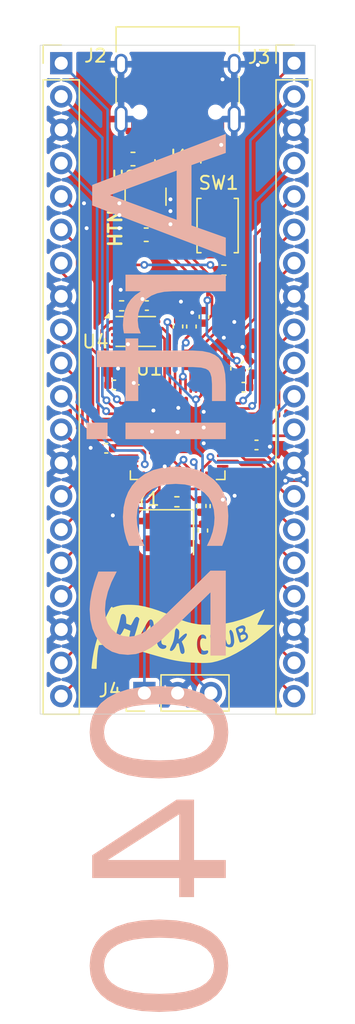
<source format=kicad_pcb>
(kicad_pcb (version 20241229) (generator "pcbnew") (generator_version "9.0")
  (layers (0 "F.Cu" signal) (2 "B.Cu" signal) (13 "F.Paste" user) (15 "B.Paste" user) (5 "F.SilkS" user "F.Silkscreen") (7 "B.SilkS" user "B.Silkscreen") (1 "F.Mask" user) (3 "B.Mask" user) (25 "Edge.Cuts" user))
  (net 0 "")
  (net 1 "GND")
  (net 2 "+3V3")
  (net 3 "+1V1")
  (net 4 "VBUS")
  (net 5 "XIN")
  (net 6 "Net-(C16-Pad2)")
  (net 7 "Net-(J1-CC1)")
  (net 8 "Net-(J1-CC2)")
  (net 9 "GPIO12")
  (net 10 "GPIO6")
  (net 11 "GPIO11")
  (net 12 "GPIO8")
  (net 13 "GPIO1")
  (net 14 "GPIO13")
  (net 15 "GPIO3")
  (net 16 "GPIO5")
  (net 17 "GPIO0")
  (net 18 "GPIO9")
  (net 19 "GPIO2")
  (net 20 "GPIO10")
  (net 21 "GPIO7")
  (net 22 "GPIO4")
  (net 23 "GPIO15")
  (net 24 "GPIO14")
  (net 25 "GPIO29_ADC3")
  (net 26 "GPIO18")
  (net 27 "SWCLK")
  (net 28 "GPIO27_ADC1")
  (net 29 "GPIO28_ADC2")
  (net 30 "GPIO26_ADC0")
  (net 31 "GPIO19")
  (net 32 "GPIO21")
  (net 33 "GPIO17")
  (net 34 "GPIO22")
  (net 35 "GPIO16")
  (net 36 "GPIO20")
  (net 37 "RUN")
  (net 39 "GPIO23")
  (net 40 "GPIO24")
  (net 41 "SWD")
  (net 42 "Net-(U1-USB_DP)")
  (net 43 "Net-(U1-USB_DM)")
  (net 44 "XOUT")
  (net 45 "QSPI_SS")
  (net 46 "Net-(R6-Pad2)")
  (net 47 "QSPI_SCLK")
  (net 48 "QSPI_SD2")
  (net 49 "QSPI_SD1")
  (net 50 "QSPI_SD0")
  (net 51 "QSPI_SD3")
  (net 52 "USB_D+")
  (net 53 "USB_D-")
  (footprint "Capacitor_SMD:C_0402_1005Metric" (layer "F.Cu") (at 154.425 103.55 90)
    (property "Reference" "C6" (hide yes))
    (property "Value" "0.1uF")
  )
  (footprint "Capacitor_SMD:C_0402_1005Metric" (layer "F.Cu") (at 157.075 106.75 90)
    (property "Reference" "C5" (hide yes))
    (property "Value" "0.1uF")
  )
  (footprint "Capacitor_SMD:C_0603_1608Metric" (layer "F.Cu") (at 149.965 90.78 180)
    (property "Reference" "C13" (hide yes))
    (property "Value" "10uF")
  )
  (footprint "Capacitor_SMD:C_0402_1005Metric" (layer "F.Cu") (at 148.525 108 180)
    (property "Reference" "C4" (hide yes))
    (property "Value" "0.1uF")
  )
  (footprint "Capacitor_SMD:C_0402_1005Metric" (layer "F.Cu") (at 155.175 117.23 -90)
    (property "Reference" "C2" (hide yes))
    (property "Value" "0.1uF")
  )
  (footprint "Crystal:Crystal_SMD_3225-4Pin_3.2x2.5mm" (layer "F.Cu") (at 152.525 119.23 180)
    (property "Reference" "Y1")
    (property "Value" "12 MHz")
  )
  (footprint "Capacitor_SMD:C_0402_1005Metric" (layer "F.Cu") (at 158.575 106.525 45)
    (property "Reference" "C1" (hide yes))
    (property "Value" "1uF")
  )
  (footprint "Capacitor_SMD:C_0402_1005Metric" (layer "F.Cu") (at 155.385 102.81 90)
    (property "Reference" "C7" (hide yes))
    (property "Value" "0.1uF")
  )
  (footprint "Resistor_SMD:R_0402_1005Metric" (layer "F.Cu") (at 149.095 101.97)
    (property "Reference" "R7" (hide yes))
    (property "Value" "10K")
  )
  (footprint "Capacitor_SMD:C_0402_1005Metric" (layer "F.Cu") (at 149.875 119.4 -90)
    (property "Reference" "C15" (hide yes))
    (property "Value" "33pF")
  )
  (footprint "Resistor_SMD:R_0402_1005Metric" (layer "F.Cu") (at 156.9 99.25)
    (property "Reference" "R6" (hide yes))
    (property "Value" "1K")
  )
  (footprint "Capacitor_SMD:C_0402_1005Metric" (layer "F.Cu") (at 156.1 106.42 90)
    (property "Reference" "C11" (hide yes))
    (property "Value" "0.1uF")
  )
  (footprint "Capacitor_SMD:C_0402_1005Metric" (layer "F.Cu") (at 156.215 117.24 -90)
    (property "Reference" "C10" (hide yes))
    (property "Value" "1uF")
  )
  (footprint "LOGO" (layer "F.Cu") (at 153.8 127.2)
    (property "Reference" "G***" (hide yes))
    (property "Value" "LOGO" (hide yes))
  )
  (footprint "Button_Switch_SMD:SW_Push_SPST_NO_Alps_SKRK" (layer "F.Cu") (at 156.425 95.85 -90)
    (property "Reference" "SW1")
    (property "Value" "SW_Push")
  )
  (footprint "Connector_PinHeader_2.54mm:PinHeader_1x03_P2.54mm_Vertical" (layer "F.Cu") (at 150.835 131.49 90)
    (property "Reference" "J4")
    (property "Value" "Conn_01x03")
  )
  (footprint "Resistor_SMD:R_0402_1005Metric" (layer "F.Cu") (at 153.315 116.91 180)
    (property "Reference" "R5" (hide yes))
    (property "Value" "1K")
  )
  (footprint "Capacitor_SMD:C_0603_1608Metric" (layer "F.Cu") (at 150.975 96.55 180)
    (property "Reference" "C14" (hide yes))
    (property "Value" "10uF")
  )
  (footprint "Resistor_SMD:R_0402_1005Metric" (layer "F.Cu") (at 154.765 90.92 -90)
    (property "Reference" "R2" (hide yes))
    (property "Value" "5.1K")
  )
  (footprint "Resistor_SMD:R_0402_1005Metric" (layer "F.Cu") (at 154.05 106.09 -90)
    (property "Reference" "R3" (hide yes))
    (property "Value" "27" (hide yes))
  )
  (footprint "Package_DFN_QFN:QFN-56-1EP_7x7mm_P0.4mm_EP3.2x3.2mm" (layer "F.Cu") (at 153.375 111.6)
    (property "Reference" "U1")
    (property "Value" "RP2040")
  )
  (footprint "Connector_USB:USB_C_Receptacle_HRO_TYPE-C-31-M-12" (layer "F.Cu") (at 153.375 84.6 180)
    (property "Reference" "J1")
    (property "Value" "USB_C_Receptacle_USB2.0_14P")
  )
  (footprint "Capacitor_SMD:C_0402_1005Metric" (layer "F.Cu") (at 155.3 119.1 90)
    (property "Reference" "C16" (hide yes))
    (property "Value" "33pF")
  )
  (footprint "Capacitor_SMD:C_0402_1005Metric" (layer "F.Cu") (at 159.395 112.58)
    (property "Reference" "C9" (hide yes))
    (property "Value" "0.1uF")
  )
  (footprint "Connector_PinHeader_2.54mm:PinHeader_1x20_P2.54mm_Vertical" (layer "F.Cu") (at 162.265 83.47)
    (property "Reference" "J3")
    (property "Value" "Conn_01x20")
  )
  (footprint "Resistor_SMD:R_0402_1005Metric" (layer "F.Cu") (at 152.025 90.99 -90)
    (property "Reference" "R1" (hide yes))
    (property "Value" "5.1K")
  )
  (footprint "Capacitor_SMD:C_0402_1005Metric" (layer "F.Cu") (at 153.4 103.545 90)
    (property "Reference" "C12" (hide yes))
    (property "Value" "0.1uF")
  )
  (footprint "Capacitor_SMD:C_0402_1005Metric" (layer "F.Cu") (at 158.405 108.175)
    (property "Reference" "C8" (hide yes))
    (property "Value" "0.1uF")
  )
  (footprint "Resistor_SMD:R_0402_1005Metric" (layer "F.Cu") (at 155.1 106.09 -90)
    (property "Reference" "R4" (hide yes))
    (property "Value" "27")
  )
  (footprint "Capacitor_SMD:C_0402_1005Metric" (layer "F.Cu") (at 151.025 101.95 180)
    (property "Reference" "C17" (hide yes))
    (property "Value" "0.1uF")
  )
  (footprint "Connector_PinHeader_2.54mm:PinHeader_1x20_P2.54mm_Vertical" (layer "F.Cu") (at 144.485 83.47)
    (property "Reference" "J2")
    (property "Value" "Conn_01x20")
  )
  (footprint "Package_TO_SOT_SMD:SOT-23" (layer "F.Cu") (at 150.925 93.65 90)
    (property "Reference" "U2")
    (property "Value" "MCP1700x-330xxTT")
  )
  (footprint "Capacitor_SMD:C_0402_1005Metric" (layer "F.Cu") (at 147.925 112.83 180)
    (property "Reference" "C3" (hide yes))
    (property "Value" "0.1uF")
  )
  (footprint "Package_SON:Winbond_USON-8-1EP_3x2mm_P0.5mm_EP0.2x1.6mm" (layer "F.Cu") (at 150.175 103.925)
    (property "Reference" "U4")
    (property "Value" "W25Q16JVUXIQ TR")
  )
  (gr_rect (start 142.875 82.1) (end 163.875 133.1) (stroke (width 0.05)) (fill no) (layer "Edge.Cuts"))
  (gr_text "HTN!" (at 149.2 97.6 90) (layer "F.SilkS") (effects (font (size 1 1) (thickness 0.2) (bold yes)) (justify left bottom)))
  (gr_text "Artic2040" (at 158.75 88.75 90) (layer "B.SilkS") (effects (font (size 10 10) (thickness 0.1)) (justify left bottom mirror)))
  (segment (start 154.425 102.548472) (end 154.486736 102.486736) (width 0.2) (layer "F.Cu") (net 1))
  (segment (start 158.885 107.115) (end 158.885 108.175) (width 0.2) (layer "F.Cu") (net 1))
  (segment (start 162.9 115.3) (end 163 115.2) (width 0.2) (layer "F.Cu") (net 1))
  (segment (start 156.1 105.2) (end 156.9 104.4) (width 0.2) (layer "F.Cu") (net 1))
  (segment (start 156.43 106.27) (end 156.1 105.94) (width 0.2) (layer "F.Cu") (net 1))
  (segment (start 146.763008 112.83) (end 146.733008 112.8) (width 0.2) (layer "F.Cu") (net 1))
  (segment (start 156.625 88.645) (end 156.625 89.625) (width 0.2) (layer "F.Cu") (net 1))
  (segment (start 150.545 101.595446) (end 150.690446 101.45) (width 0.2) (layer "F.Cu") (net 1))
  (segment (start 154.425 103.07) (end 154.425 102.548472) (width 0.2) (layer "F.Cu") (net 1))
  (segment (start 148.045 107.53) (end 148.825 106.75) (width 0.2) (layer "F.Cu") (net 1))
  (segment (start 152.375 114.227581) (end 152.375 115.0375) (width 0.2) (layer "F.Cu") (net 1))
  (segment (start 155.185 117.72) (end 155.175 117.71) (width 0.2) (layer "F.Cu") (net 1))
  (segment (start 155.385 102.33) (end 155.165 102.33) (width 0.2) (layer "F.Cu") (net 1))
  (segment (start 159.875 112.58) (end 160.288559 112.58) (width 0.2) (layer "F.Cu") (net 1))
  (segment (start 158.914411 105.689411) (end 158.325 105.1) (width 0.2) (layer "F.Cu") (net 1))
  (segment (start 158.914411 106.185589) (end 158.914411 107.085589) (width 0.2) (layer "F.Cu") (net 1))
  (segment (start 148.045 108) (end 148.045 107.53) (width 0.2) (layer "F.Cu") (net 1))
  (segment (start 158.914411 107.085589) (end 158.885 107.115) (width 0.2) (layer "F.Cu") (net 1))
  (segment (start 157.075 104.575) (end 156.9 104.4) (width 0.2) (layer "F.Cu") (net 1))
  (segment (start 156.215 117.72) (end 155.185 117.72) (width 0.2) (layer "F.Cu") (net 1))
  (segment (start 155.165 102.33) (end 154.425 103.07) (width 0.2) (layer "F.Cu") (net 1))
  (segment (start 157.075 106.27) (end 156.43 106.27) (width 0.2) (layer "F.Cu") (net 1))
  (segment (start 154.425 103.07) (end 153.405 103.07) (width 0.2) (layer "F.Cu") (net 1))
  (segment (start 152.387649 114.214932) (end 152.375 114.227581) (width 0.2) (layer "F.Cu") (net 1))
  (segment (start 151.425 117.398527) (end 151.535 117.288527) (width 0.2) (layer "F.Cu") (net 1))
  (segment (start 160.288559 112.58) (end 160.415 112.706441) (width 0.2) (layer "F.Cu") (net 1))
  (segment (start 150.545 101.95) (end 150.545 101.595446) (width 0.2) (layer "F.Cu") (net 1))
  (segment (start 148.75 104.675) (end 149.35853 104.675) (width 0.2) (layer "F.Cu") (net 1))
  (segment (start 158.914411 106.185589) (end 158.914411 105.689411) (width 0.2) (layer "F.Cu") (net 1))
  (segment (start 153.405 103.07) (end 153.4 103.065) (width 0.2) (layer "F.Cu") (net 1))
  (segment (start 156.1 105.94) (end 156.1 105.2) (width 0.2) (layer "F.Cu") (net 1))
  (segment (start 162.265 113.95) (end 162.265 114.63) (width 0.2) (layer "F.Cu") (net 1))
  (segment (start 157.075 106.27) (end 157.075 104.575) (width 0.2) (layer "F.Cu") (net 1))
  (segment (start 161.595 115.3) (end 162.9 115.3) (width 0.2) (layer "F.Cu") (net 1))
  (segment (start 147.445 112.83) (end 146.763008 112.83) (width 0.2) (layer "F.Cu") (net 1))
  (segment (start 149.35853 104.675) (end 149.579265 104.895735) (width 0.2) (layer "F.Cu") (net 1))
  (segment (start 156.625 89.625) (end 156.7 89.7) (width 0.2) (layer "F.Cu") (net 1))
  (via (at 156.8 84.7) (size 0.6) (drill 0.3) (layers "F.Cu" "B.Cu") (net 1))
  (via (at 146.225 94.15) (size 0.6) (drill 0.3) (layers "F.Cu" "B.Cu") (net 1))
  (via (at 155.363561 112.45) (size 0.6) (drill 0.3) (layers "F.Cu" "B.Cu") (net 1))
  (via (at 151.535 117.288527) (size 0.6) (drill 0.3) (layers "F.Cu" "B.Cu") (net 1))
  (via (at 158.325 105.1) (size 0.6) (drill 0.3) (layers "F.Cu" "B.Cu") (net 1))
  (via (at 150.025 107.85) (size 0.6) (drill 0.3) (layers "F.Cu" "B.Cu") (net 1))
  (via (at 155.363561 111.25) (size 0.6) (drill 0.3) (layers "F.Cu" "B.Cu") (net 1))
  (via (at 153.625 101.65) (size 0.6) (drill 0.3) (layers "F.Cu" "B.Cu") (net 1))
  (via (at 148.825 106.75) (size 0.6) (drill 0.3) (layers "F.Cu" "B.Cu") (net 1))
  (via (at 157.725 116.45) (size 0.6) (drill 0.3) (layers "F.Cu" "B.Cu") (net 1))
  (via (at 160.415 112.706441) (size 0.6) (drill 0.3) (layers "F.Cu" "B.Cu") (net 1))
  (via (at 157.7 103.2) (size 0.6) (drill 0.3) (layers "F.Cu" "B.Cu") (net 1))
  (via (at 153.425 109.75) (size 0.6) (drill 0.3) (layers "F.Cu" "B.Cu") (net 1))
  (via (at 148.925 96.05) (size 0.6) (drill 0.3) (layers "F.Cu" "B.Cu") (net 1))
  (via (at 146.425 96.05) (size 0.6) (drill 0.3) (layers "F.Cu" "B.Cu") (net 1))
  (via (at 151.525 109.95) (size 0.6) (drill 0.3) (layers "F.Cu" "B.Cu") (net 1))
  (via (at 152.825 93.85) (size 0.6) (drill 0.3) (layers "F.Cu" "B.Cu") (net 1))
  (via (at 156.7 89.7) (size 0.6) (drill 0.3) (layers "F.Cu" "B.Cu") (net 1))
  (via (at 148.425 117.95) (size 0.6) (drill 0.3) (layers "F.Cu" "B.Cu") (net 1))
  (via (at 156.9 104.4) (size 0.6) (drill 0.3) (layers "F.Cu" "B.Cu") (net 1))
  (via (at 153.375 111.6) (size 0.6) (drill 0.3) (layers "F.Cu" "B.Cu") (net 1))
  (via (at 159.5 83.6) (size 0.6) (drill 0.3) (layers "F.Cu" "B.Cu") (net 1))
  (via (at 150.690446 101.45) (size 0.6) (drill 0.3) (layers "F.Cu" "B.Cu") (net 1))
  (via (at 152.825 95.75) (size 0.6) (drill 0.3) (layers "F.Cu" "B.Cu") (net 1))
  (via (at 154.486736 102.486736) (size 0.6) (drill 0.3) (layers "F.Cu" "B.Cu") (net 1))
  (via (at 148.925 94.15) (size 0.6) (drill 0.3) (layers "F.Cu" "B.Cu") (net 1))
  (via (at 152.387649 114.214932) (size 0.6) (drill 0.3) (layers "F.Cu" "B.Cu") (net 1))
  (via (at 149.025 100.75) (size 0.6) (drill 0.3) (layers "F.Cu" "B.Cu") (net 1))
  (via (at 148.925 95.05) (size 0.6) (drill 0.3) (layers "F.Cu" "B.Cu") (net 1))
  (via (at 163 115.2) (size 0.6) (drill 0.3) (layers "F.Cu" "B.Cu") (net 1))
  (via (at 146.733008 112.8) (size 0.6) (drill 0.3) (layers "F.Cu" "B.Cu") (net 1))
  (via (at 152.825 94.75) (size 0.6) (drill 0.3) (layers "F.Cu" "B.Cu") (net 1))
  (via (at 161.595 115.3) (size 0.6) (drill 0.3) (layers "F.Cu" "B.Cu") (net 1))
  (via (at 149.579265 104.895735) (size 0.6) (drill 0.3) (layers "F.Cu" "B.Cu") (net 1))
  (via (at 155.363561 110.05) (size 0.6) (drill 0.3) (layers "F.Cu" "B.Cu") (net 1))
  (via (at 151.425 111.55) (size 0.6) (drill 0.3) (layers "F.Cu" "B.Cu") (net 1))
  (segment (start 153.625 101.65) (end 153.65 101.65) (width 0.2) (layer "B.Cu") (net 1))
  (segment (start 153.65 101.65) (end 154.486736 102.486736) (width 0.2) (layer "B.Cu") (net 1))
  (segment (start 151.276 112.959242) (end 150.866758 112.55) (width 0.2) (layer "F.Cu") (net 2))
  (segment (start 149.005 108) (end 149.005 108.0675) (width 0.2) (layer "F.Cu") (net 2))
  (segment (start 150.725 112.55) (end 150.725 108.949) (width 0.2) (layer "F.Cu") (net 2))
  (segment (start 156.237439 112.6) (end 156.026 112.388561) (width 0.2) (layer "F.Cu") (net 2))
  (segment (start 157.6375 108.175) (end 156.8125 109) (width 0.2) (layer "F.Cu") (net 2))
  (segment (start 150.866758 112.55) (end 150.725 112.55) (width 0.2) (layer "F.Cu") (net 2))
  (segment (start 155.996 101.271) (end 155.655 100.93) (width 0.2) (layer "F.Cu") (net 2))
  (segment (start 156.8125 112.6) (end 156.237439 112.6) (width 0.2) (layer "F.Cu") (net 2))
  (segment (start 153.999387 104.455613) (end 154.425 104.03) (width 0.2) (layer "F.Cu") (net 2))
  (segment (start 151.276 113.201) (end 151.276 112.959242) (width 0.2) (layer "F.Cu") (net 2))
  (segment (start 155.575 108.1625) (end 156.1425 108.1625) (width 0.2) (layer "F.Cu") (net 2))
  (segment (start 149.005 108.0675) (end 149.9375 109) (width 0.2) (layer "F.Cu") (net 2))
  (segment (start 155.655 100.93) (end 155.3125 100.5875) (width 0.2) (layer "F.Cu") (net 2))
  (segment (start 151.75 97.025) (end 151.75 96.55) (width 0.2) (layer "F.Cu") (net 2))
  (segment (start 155.3125 100.812443) (end 155.3125 100.5875) (width 0.2) (layer "F.Cu") (net 2))
  (segment (start 156.1425 108.1625) (end 157.075 107.23) (width 0.2) (layer "F.Cu") (net 2))
  (segment (start 153.575 115.0375) (end 153.575 114.3) (width 0.2) (layer "F.Cu") (net 2))
  (segment (start 155.3125 100.5875) (end 151.75 97.025) (width 0.2) (layer "F.Cu") (net 2))
  (segment (start 157.686 105.94345) (end 157.5 105.75745) (width 0.2) (layer "F.Cu") (net 2))
  (segment (start 153.575 108.7) (end 153.326 108.949) (width 0.2) (layer "F.Cu") (net 2))
  (segment (start 153.575 108.1625) (end 153.575 108.7) (width 0.2) (layer "F.Cu") (net 2))
  (segment (start 149.9375 112.6) (end 148.635 112.6) (width 0.2) (layer "F.Cu") (net 2))
  (segment (start 150.725 108.949) (end 149.9885 108.949) (width 0.2) (layer "F.Cu") (net 2))
  (segment (start 158.235589 106.864411) (end 158.235589 107.864411) (width 0.2) (layer "F.Cu") (net 2))
  (segment (start 157.885 106.513822) (end 158.235589 106.864411) (width 0.2) (layer "F.Cu") (net 2))
  (segment (start 153.575 114.3) (end 152.776 113.501) (width 0.2) (layer "F.Cu") (net 2))
  (segment (start 153.326 108.949) (end 150.725 108.949) (width 0.2) (layer "F.Cu") (net 2))
  (segment (start 156.175 109) (end 156.8125 109) (width 0.2) (layer "F.Cu") (net 2))
  (segment (start 152.291 102.484) (end 153.640943 102.484) (width 0.2) (layer "F.Cu") (net 2))
  (segment (start 159.261 102.939) (end 159.261 96.634) (width 0.2) (layer "F.Cu") (net 2))
  (segment (start 154.104 116.289) (end 154.1069 116.289) (width 0.2) (layer "F.Cu") (net 2))
  (segment (start 157.885 106.153231) (end 157.686 105.954231) (width 0.2) (layer "F.Cu") (net 2))
  (segment (start 153.575 115.76) (end 153.795 115.98) (width 0.2) (layer "F.Cu") (net 2))
  (segment (start 158.895 112.6) (end 158.915 112.58) (width 0.2) (layer "F.Cu") (net 2))
  (segment (start 155.385 103.29) (end 155.996 102.679) (width 0.2) (layer "F.Cu") (net 2))
  (segment (start 153.640943 102.484) (end 155.3125 100.812443) (width 0.2) (layer "F.Cu") (net 2))
  (segment (start 155.655 101.54) (end 155.645 101.55) (width 0.2) (layer "F.Cu") (net 2))
  (segment (start 153.975 107.564082) (end 153.775 107.364082) (width 0.2) (layer "F.Cu") (net 2))
  (segment (start 151.505 101.95) (end 151.505 101.229105) (width 0.2) (layer "F.Cu") (net 2))
  (segment (start 153.575 115.0375) (end 153.575 115.76) (width 0.2) (layer "F.Cu") (net 2))
  (segment (start 151.875 94.5875) (end 151.875 96.425) (width 0.2) (layer "F.Cu") (net 2))
  (segment (start 152.776 113.501) (end 151.576 113.501) (width 0.2) (layer "F.Cu") (net 2))
  (segment (start 155.345 103.29) (end 155.165 103.29) (width 0.2) (layer "F.Cu") (net 2))
  (segment (start 155.175 116.75) (end 154.60534 116.75) (width 0.2) (layer "F.Cu") (net 2))
  (segment (start 151.505 103.08) (end 151.6 103.175) (width 0.2) (layer "F.Cu") (net 2))
  (segment (start 151.505 101.95) (end 151.505 103.08) (width 0.2) (layer "F.Cu") (net 2))
  (segment (start 157.885 106.153231) (end 157.885 106.513822) (width 0.2) (layer "F.Cu") (net 2))
  (segment (start 151.6 103.175) (end 152.291 102.484) (width 0.2) (layer "F.Cu") (net 2))
  (segment (start 156.026 112.388561) (end 156.026 109.149) (width 0.2) (layer "F.Cu") (net 2))
  (segment (start 155.165 103.29) (end 154.425 104.03) (width 0.2) (layer "F.Cu") (net 2))
  (segment (start 158.235589 106.864411) (end 157.440589 106.864411) (width 0.2) (layer "F.Cu") (net 2))
  (segment (start 151.576 113.501) (end 151.276 113.201) (width 0.2) (layer "F.Cu") (net 2))
  (segment (start 149.9375 112.6) (end 150.675 112.6) (width 0.2) (layer "F.Cu") (net 2))
  (segment (start 157.440589 106.864411) (end 157.075 107.23) (width 0.2) (layer "F.Cu") (net 2))
  (segment (start 153.575 107.564082) (end 153.775 107.364082) (width 0.2) (layer "F.Cu") (net 2))
  (segment (start 151.875 96.425) (end 151.75 96.55) (width 0.2) (layer "F.Cu") (net 2))
  (segment (start 157.5 105.75745) (end 157.5 104.7) (width 0.2) (layer "F.Cu") (net 2))
  (segment (start 149.9885 108.949) (end 149.9375 109) (width 0.2) (layer "F.Cu") (net 2))
  (segment (start 151.125895 100.85) (end 150.255 100.85) (width 0.2) (layer "F.Cu") (net 2))
  (segment (start 157.686 105.954231) (end 157.686 105.94345) (width 0.2) (layer "F.Cu") (net 2))
  (segment (start 153.795 115.98) (end 154.104 116.289) (width 0.2) (layer "F.Cu") (net 2))
  (segment (start 154.60534 116.75) (end 154.18634 116.331) (width 0.2) (layer "F.Cu") (net 2))
  (segment (start 150.255 100.85) (end 149.605 101.5) (width 0.2) (layer "F.Cu") (net 2))
  (segment (start 155.655 100.93) (end 155.655 101.54) (width 0.2) (layer "F.Cu") (net 2))
  (segment (start 158.235589 107.864411) (end 157.925 108.175) (width 0.2) (layer "F.Cu") (net 2))
  (segment (start 156.8125 112.6) (end 158.895 112.6) (width 0.2) (layer "F.Cu") (net 2))
  (segment (start 150.675 112.6) (end 150.725 112.55) (width 0.2) (layer "F.Cu") (net 2))
  (segment (start 148.635 112.6) (end 148.405 112.83) (width 0.2) (layer "F.Cu") (net 2))
  (segment (start 153.999387 104.782083) (end 153.999387 104.455613) (width 0.2) (layer "F.Cu") (net 2))
  (segment (start 157.5 104.7) (end 159.261 102.939) (width 0.2) (layer "F.Cu") (net 2))
  (segment (start 156.026 109.149) (end 156.175 109) (width 0.2) (layer "F.Cu") (net 2))
  (segment (start 149.605 101.5) (end 149.605 101.97) (width 0.2) (layer "F.Cu") (net 2))
  (segment (start 153.575 108.1625) (end 153.575 107.564082) (width 0.2) (layer "F.Cu") (net 2))
  (segment (start 155.996 102.679) (end 155.996 101.271) (width 0.2) (layer "F.Cu") (net 2))
  (segment (start 159.261 96.634) (end 162.265 93.63) (width 0.2) (layer "F.Cu") (net 2))
  (segment (start 157.925 108.175) (end 157.6375 108.175) (width 0.2) (layer "F.Cu") (net 2))
  (segment (start 151.505 101.229105) (end 151.125895 100.85) (width 0.2) (layer "F.Cu") (net 2))
  (segment (start 153.975 108.1625) (end 153.975 107.564082) (width 0.2) (layer "F.Cu") (net 2))
  (via (at 157.885 106.153231) (size 0.6) (drill 0.3) (layers "F.Cu" "B.Cu") (net 2))
  (via (at 153.775 107.364082) (size 0.6) (drill 0.3) (layers "F.Cu" "B.Cu") (net 2))
  (via (at 155.645 101.55) (size 0.6) (drill 0.3) (layers "F.Cu" "B.Cu") (net 2))
  (via (at 153.999387 104.782083) (size 0.6) (drill 0.3) (layers "F.Cu" "B.Cu") (net 2))
  (segment (start 155.605 104.205) (end 157.553231 106.153231) (width 0.2) (layer "B.Cu") (net 2))
  (segment (start 155.645 101.55) (end 155.605 101.59) (width 0.2) (layer "B.Cu") (net 2))
  (segment (start 155.605 101.59) (end 155.605 104.205) (width 0.2) (layer "B.Cu") (net 2))
  (segment (start 153.775 105.00647) (end 153.999387 104.782083) (width 0.2) (layer "B.Cu") (net 2))
  (segment (start 157.553231 106.153231) (end 157.885 106.153231) (width 0.2) (layer "B.Cu") (net 2))
  (segment (start 153.775 107.364082) (end 153.775 105.00647) (width 0.2) (layer "B.Cu") (net 2))
  (segment (start 156.815 116.76) (end 156.825 116.75) (width 0.2) (layer "F.Cu") (net 3))
  (segment (start 156.1579 116.76) (end 156.215 116.76) (width 0.2) (layer "F.Cu") (net 3))
  (segment (start 153.975 115.59) (end 154.315 115.93) (width 0.2) (layer "F.Cu") (net 3))
  (segment (start 155.175 107.59) (end 155.865 106.9) (width 0.2) (layer "F.Cu") (net 3))
  (segment (start 155.175 108.1625) (end 155.175 107.59) (width 0.2) (layer "F.Cu") (net 3))
  (segment (start 155.175 108.1625) (end 155.175 108.8) (width 0.2) (layer "F.Cu") (net 3))
  (segment (start 155.865 106.9) (end 156.1 106.9) (width 0.2) (layer "F.Cu") (net 3))
  (segment (start 155.3279 115.93) (end 156.1579 116.76) (width 0.2) (layer "F.Cu") (net 3))
  (segment (start 155.175 108.8) (end 154.875 109.1) (width 0.2) (layer "F.Cu") (net 3))
  (segment (start 153.4 104.025) (end 153.4 104.017589) (width 0.2) (layer "F.Cu") (net 3))
  (segment (start 154.875 109.1) (end 154.763561 109.1) (width 0.2) (layer "F.Cu") (net 3))
  (segment (start 153.175 104.25) (end 153.4 104.025) (width 0.2) (layer "F.Cu") (net 3))
  (segment (start 156.215 116.76) (end 156.815 116.76) (width 0.2) (layer "F.Cu") (net 3))
  (segment (start 153.975 115.0375) (end 153.975 115.59) (width 0.2) (layer "F.Cu") (net 3))
  (segment (start 154.315 115.93) (end 155.3279 115.93) (width 0.2) (layer "F.Cu") (net 3))
  (segment (start 153.4 104.017589) (end 152.590002 103.207591) (width 0.2) (layer "F.Cu") (net 3))
  (segment (start 153.175 108.1625) (end 153.175 104.25) (width 0.2) (layer "F.Cu") (net 3))
  (via (at 154.763561 109.1) (size 0.6) (drill 0.3) (layers "F.Cu" "B.Cu") (net 3))
  (via (at 152.590002 103.207591) (size 0.6) (drill 0.3) (layers "F.Cu" "B.Cu") (net 3))
  (via (at 156.825 116.75) (size 0.6) (drill 0.3) (layers "F.Cu" "B.Cu") (net 3))
  (segment (start 156.825 116.75) (end 155.27518 115.20018) (width 0.2) (layer "B.Cu") (net 3))
  (segment (start 152.675 107.2) (end 154.725 109.25) (width 0.2) (layer "B.Cu") (net 3))
  (segment (start 152.590002 107.115002) (end 152.675 107.2) (width 0.2) (layer "B.Cu") (net 3))
  (segment (start 155.27518 113.350123) (end 154.763561 112.838504) (width 0.2) (layer "B.Cu") (net 3))
  (segment (start 152.675 107.2) (end 154.575 109.1) (width 0.2) (layer "B.Cu") (net 3))
  (segment (start 154.763561 112.838504) (end 154.763561 109.1) (width 0.2) (layer "B.Cu") (net 3))
  (segment (start 152.590002 103.207591) (end 152.590002 107.115002) (width 0.2) (layer "B.Cu") (net 3))
  (segment (start 155.27518 115.20018) (end 155.27518 113.350123) (width 0.2) (layer "B.Cu") (net 3))
  (segment (start 154.875057 109.25) (end 155.000029 109.125028) (width 0.2) (layer "B.Cu") (net 3))
  (segment (start 154.575 109.1) (end 154.763561 109.1) (width 0.2) (layer "B.Cu") (net 3))
  (segment (start 154.725 109.25) (end 154.875057 109.25) (width 0.2) (layer "B.Cu") (net 3))
  (segment (start 150.925 89.32) (end 150.74 89.505) (width 0.2) (layer "F.Cu") (net 4))
  (segment (start 150.925 87.72) (end 150.925 88.645) (width 0.2) (layer "F.Cu") (net 4))
  (segment (start 150.74 92.5275) (end 150.925 92.7125) (width 0.2) (layer "F.Cu") (net 4))
  (segment (start 150.925 88.645) (end 150.925 89.32) (width 0.2) (layer "F.Cu") (net 4))
  (segment (start 157.649992 84.859) (end 160.876 84.859) (width 0.2) (layer "F.Cu") (net 4))
  (segment (start 150.74 90.78) (end 150.74 92.5275) (width 0.2) (layer "F.Cu") (net 4))
  (segment (start 155.589 88.409) (end 155.589 86.919992) (width 0.2) (layer "F.Cu") (net 4))
  (segment (start 155.825 88.645) (end 155.589 88.409) (width 0.2) (layer "F.Cu") (net 4))
  (segment (start 151.725008 86.919992) (end 150.925 87.72) (width 0.2) (layer "F.Cu") (net 4))
  (segment (start 155.589 86.919992) (end 151.725008 86.919992) (width 0.2) (layer "F.Cu") (net 4))
  (segment (start 160.876 84.859) (end 162.265 83.47) (width 0.2) (layer "F.Cu") (net 4))
  (segment (start 150.74 89.505) (end 150.74 90.78) (width 0.2) (layer "F.Cu") (net 4))
  (segment (start 155.589 86.919992) (end 157.649992 84.859) (width 0.2) (layer "F.Cu") (net 4))
  (segment (start 152.426 117.79484) (end 152.426 118.96516) (width 0.2) (layer "F.Cu") (net 5))
  (segment (start 150.065 119.9) (end 151.245 119.9) (width 0.2) (layer "F.Cu") (net 5))
  (segment (start 152.135 116.48) (end 152.135 117.50384) (width 0.2) (layer "F.Cu") (net 5))
  (segment (start 152.426 118.96516) (end 152.135 119.25616) (width 0.2) (layer "F.Cu") (net 5))
  (segment (start 152.135 117.50384) (end 152.426 117.79484) (width 0.2) (layer "F.Cu") (net 5))
  (segment (start 152.135 119.37) (end 151.425 120.08) (width 0.2) (layer "F.Cu") (net 5))
  (segment (start 152.135 119.25616) (end 152.135 119.37) (width 0.2) (layer "F.Cu") (net 5))
  (segment (start 149.875 119.71) (end 150.065 119.9) (width 0.2) (layer "F.Cu") (net 5))
  (segment (start 151.245 119.9) (end 151.425 120.08) (width 0.2) (layer "F.Cu") (net 5))
  (segment (start 152.775 115.84) (end 152.135 116.48) (width 0.2) (layer "F.Cu") (net 5))
  (segment (start 152.775 115.0375) (end 152.775 115.84) (width 0.2) (layer "F.Cu") (net 5))
  (segment (start 153.825 116.91) (end 153.825 118.18) (width 0.2) (layer "F.Cu") (net 6))
  (segment (start 153.995 118.75) (end 153.625 118.38) (width 0.2) (layer "F.Cu") (net 6))
  (segment (start 155.175 118.75) (end 153.995 118.75) (width 0.2) (layer "F.Cu") (net 6))
  (segment (start 153.825 118.18) (end 153.625 118.38) (width 0.2) (layer "F.Cu") (net 6))
  (segment (start 154.625 90.27) (end 154.765 90.41) (width 0.2) (layer "F.Cu") (net 7))
  (segment (start 154.625 88.645) (end 154.625 90.27) (width 0.2) (layer "F.Cu") (net 7))
  (segment (start 151.625 88.645) (end 151.625 90.08) (width 0.2) (layer "F.Cu") (net 8))
  (segment (start 151.625 90.08) (end 152.025 90.48) (width 0.2) (layer "F.Cu") (net 8))
  (segment (start 150.775 115.0375) (end 150.3995 114.662) (width 0.2) (layer "F.Cu") (net 9))
  (segment (start 150.3995 114.662) (end 147.4472 114.662) (width 0.2) (layer "F.Cu") (net 9))
  (segment (start 146.32455 115.78465) (end 146.32455 119.73045) (width 0.2) (layer "F.Cu") (net 9))
  (segment (start 146.32455 119.73045) (end 144.485 121.57) (width 0.2) (layer "F.Cu") (net 9))
  (segment (start 147.4472 114.662) (end 146.32455 115.78465) (width 0.2) (layer "F.Cu") (net 9))
  (segment (start 144.485 104.61) (end 144.485 103.79) (width 0.2) (layer "F.Cu") (net 10))
  (segment (start 146.106 106.231) (end 144.485 104.61) (width 0.2) (layer "F.Cu") (net 10))
  (segment (start 146.106 111.151) (end 146.106 106.231) (width 0.2) (layer "F.Cu") (net 10))
  (segment (start 149.9375 111.8) (end 146.755 111.8) (width 0.2) (layer "F.Cu") (net 10))
  (segment (start 146.755 111.8) (end 146.106 111.151) (width 0.2) (layer "F.Cu") (net 10))
  (segment (start 149.9375 114.2) (end 149.2921 114.2) (width 0.2) (layer "F.Cu") (net 11))
  (segment (start 145.92355 117.59145) (end 144.485 119.03) (width 0.2) (layer "F.Cu") (net 11))
  (segment (start 145.92355 115.61855) (end 145.92355 117.59145) (width 0.2) (layer "F.Cu") (net 11))
  (segment (start 149.2311 114.261) (end 147.2811 114.261) (width 0.2) (layer "F.Cu") (net 11))
  (segment (start 149.2921 114.2) (end 149.2311 114.261) (width 0.2) (layer "F.Cu") (net 11))
  (segment (start 147.2811 114.261) (end 145.92355 115.61855) (width 0.2) (layer "F.Cu") (net 11))
  (segment (start 150.875 113.125342) (end 150.749658 113) (width 0.2) (layer "F.Cu") (net 12))
  (segment (start 150.875 114.042096) (end 150.875 113.125342) (width 0.2) (layer "F.Cu") (net 12))
  (segment (start 150.749658 113) (end 149.9375 113) (width 0.2) (layer "F.Cu") (net 12))
  (segment (start 150.866075 114.051021) (end 150.875 114.042096) (width 0.2) (layer "F.Cu") (net 12))
  (via (at 150.866075 114.051021) (size 0.6) (drill 0.3) (layers "F.Cu" "B.Cu") (net 12))
  (segment (start 150.866075 113.344741) (end 150.518641 112.997307) (width 0.2) (layer "B.Cu") (net 12))
  (segment (start 148.612307 112.997307) (end 144.485 108.87) (width 0.2) (layer "B.Cu") (net 12))
  (segment (start 150.866075 114.051021) (end 150.866075 113.344741) (width 0.2) (layer "B.Cu") (net 12))
  (segment (start 150.518641 112.997307) (end 148.612307 112.997307) (width 0.2) (layer "B.Cu") (net 12))
  (segment (start 149.9375 109.8) (end 148.563529 109.8) (width 0.2) (layer "F.Cu") (net 13))
  (segment (start 148.563529 109.8) (end 147.939263 109.175734) (width 0.2) (layer "F.Cu") (net 13))
  (via (at 147.939263 109.175734) (size 0.6) (drill 0.3) (layers "F.Cu" "B.Cu") (net 13))
  (segment (start 147.625 108.861471) (end 147.625 89.15) (width 0.2) (layer "B.Cu") (net 13))
  (segment (start 147.939263 109.175734) (end 147.625 108.861471) (width 0.2) (layer "B.Cu") (net 13))
  (segment (start 147.625 89.15) (end 144.485 86.01) (width 0.2) (layer "B.Cu") (net 13))
  (segment (start 146.72555 121.86945) (end 144.485 124.11) (width 0.2) (layer "F.Cu") (net 14))
  (segment (start 146.72555 116.64945) (end 146.72555 121.86945) (width 0.2) (layer "F.Cu") (net 14))
  (segment (start 151.175 115.59) (end 150.655 116.11) (width 0.2) (layer "F.Cu") (net 14))
  (segment (start 147.265 116.11) (end 146.72555 116.64945) (width 0.2) (layer "F.Cu") (net 14))
  (segment (start 150.655 116.11) (end 147.265 116.11) (width 0.2) (layer "F.Cu") (net 14))
  (segment (start 151.175 115.0375) (end 151.175 115.59) (width 0.2) (layer "F.Cu") (net 14))
  (segment (start 146.547 104.9707) (end 146.547 100.3078) (width 0.2) (layer "F.Cu") (net 15))
  (segment (start 145.76355 94.90855) (end 144.485 93.63) (width 0.2) (layer "F.Cu") (net 15))
  (segment (start 145.76355 96.88145) (end 145.76355 94.90855) (width 0.2) (layer "F.Cu") (net 15))
  (segment (start 146.1626 97.2805) (end 145.76355 96.88145) (width 0.2) (layer "F.Cu") (net 15))
  (segment (start 149.9375 110.6) (end 147.415 110.6) (width 0.2) (layer "F.Cu") (net 15))
  (segment (start 147.415 110.6) (end 147.315 110.5) (width 0.2) (layer "F.Cu") (net 15))
  (segment (start 146.547 100.3078) (end 146.1626 99.9234) (width 0.2) (layer "F.Cu") (net 15))
  (segment (start 146.1626 99.9234) (end 146.1626 97.2805) (width 0.2) (layer "F.Cu") (net 15))
  (segment (start 147.315 110.5) (end 147.315 105.7387) (width 0.2) (layer "F.Cu") (net 15))
  (segment (start 147.315 105.7387) (end 146.547 104.9707) (width 0.2) (layer "F.Cu") (net 15))
  (segment (start 146.507 106.0649) (end 145.745 105.3029) (width 0.2) (layer "F.Cu") (net 16))
  (segment (start 144.485 99.38) (end 144.485 98.71) (width 0.2) (layer "F.Cu") (net 16))
  (segment (start 146.507 110.982) (end 146.507 106.0649) (width 0.2) (layer "F.Cu") (net 16))
  (segment (start 145.745 100.64) (end 144.485 99.38) (width 0.2) (layer "F.Cu") (net 16))
  (segment (start 145.745 105.3029) (end 145.745 100.64) (width 0.2) (layer "F.Cu") (net 16))
  (segment (start 146.925 111.4) (end 146.507 110.982) (width 0.2) (layer "F.Cu") (net 16))
  (segment (start 149.9375 111.4) (end 146.925 111.4) (width 0.2) (layer "F.Cu") (net 16))
  (segment (start 149.9375 109.4) (end 149.041315 109.4) (width 0.2) (layer "F.Cu") (net 17))
  (segment (start 149.041315 109.4) (end 148.735053 109.093738) (width 0.2) (layer "F.Cu") (net 17))
  (via (at 148.735053 109.093738) (size 0.6) (drill 0.3) (layers "F.Cu" "B.Cu") (net 17))
  (segment (start 148.026 87.011) (end 144.485 83.47) (width 0.2) (layer "B.Cu") (net 17))
  (segment (start 148.735053 109.093738) (end 148.026 108.384685) (width 0.2) (layer "B.Cu") (net 17))
  (segment (start 148.026 108.384685) (end 148.026 87.011) (width 0.2) (layer "B.Cu") (net 17))
  (segment (start 144.485 111.48755) (end 144.485 111.41) (width 0.2) (layer "F.Cu") (net 18))
  (segment (start 148.925 113.4) (end 148.874 113.451) (width 0.2) (layer "F.Cu") (net 18))
  (segment (start 149.9375 113.4) (end 148.925 113.4) (width 0.2) (layer "F.Cu") (net 18))
  (segment (start 146.44845 113.451) (end 144.485 111.48755) (width 0.2) (layer "F.Cu") (net 18))
  (segment (start 148.874 113.451) (end 146.44845 113.451) (width 0.2) (layer "F.Cu") (net 18))
  (segment (start 149.9375 110.2) (end 148.115 110.2) (width 0.2) (layer "F.Cu") (net 19))
  (segment (start 148.115 110.2) (end 147.915 110) (width 0.2) (layer "F.Cu") (net 19))
  (via (at 147.915 110) (size 0.6) (drill 0.3) (layers "F.Cu" "B.Cu") (net 19))
  (segment (start 147.224 109.309) (end 147.224 93.829) (width 0.2) (layer "B.Cu") (net 19))
  (segment (start 147.224 93.829) (end 144.485 91.09) (width 0.2) (layer "B.Cu") (net 19))
  (segment (start 147.915 110) (end 147.224 109.309) (width 0.2) (layer "B.Cu") (net 19))
  (segment (start 149.065 113.86) (end 147.115 113.86) (width 0.2) (layer "F.Cu") (net 20))
  (segment (start 149.9375 113.8) (end 149.125 113.8) (width 0.2) (layer "F.Cu") (net 20))
  (segment (start 149.125 113.8) (end 149.065 113.86) (width 0.2) (layer "F.Cu") (net 20))
  (segment (start 147.115 113.86) (end 144.485 116.49) (width 0.2) (layer "F.Cu") (net 20))
  (segment (start 145.705 107.55) (end 144.485 106.33) (width 0.2) (layer "F.Cu") (net 21))
  (segment (start 145.705 111.32) (end 145.705 107.55) (width 0.2) (layer "F.Cu") (net 21))
  (segment (start 146.585 112.2) (end 145.705 111.32) (width 0.2) (layer "F.Cu") (net 21))
  (segment (start 149.9375 112.2) (end 146.585 112.2) (width 0.2) (layer "F.Cu") (net 21))
  (segment (start 146.146 100.4739) (end 145.705 100.0329) (width 0.2) (layer "F.Cu") (net 22))
  (segment (start 145.705 100.0329) (end 145.705 97.39) (width 0.2) (layer "F.Cu") (net 22))
  (segment (start 146.146 105.1368) (end 146.146 100.4739) (width 0.2) (layer "F.Cu") (net 22))
  (segment (start 146.908 110.753) (end 146.908 105.8988) (width 0.2) (layer "F.Cu") (net 22))
  (segment (start 146.908 105.8988) (end 146.146 105.1368) (width 0.2) (layer "F.Cu") (net 22))
  (segment (start 149.9375 111) (end 147.155 111) (width 0.2) (layer "F.Cu") (net 22))
  (segment (start 147.155 111) (end 146.908 110.753) (width 0.2) (layer "F.Cu") (net 22))
  (segment (start 145.705 97.39) (end 144.485 96.17) (width 0.2) (layer "F.Cu") (net 22))
  (segment (start 147.52755 117.03745) (end 147.52755 128.68745) (width 0.2) (layer "F.Cu") (net 23))
  (segment (start 147.653 116.912) (end 147.52755 117.03745) (width 0.2) (layer "F.Cu") (net 23))
  (segment (start 147.52755 128.68745) (end 144.485 131.73) (width 0.2) (layer "F.Cu") (net 23))
  (segment (start 151.975 116) (end 151.063 116.912) (width 0.2) (layer "F.Cu") (net 23))
  (segment (start 151.975 115.0375) (end 151.975 116) (width 0.2) (layer "F.Cu") (net 23))
  (segment (start 151.063 116.912) (end 147.653 116.912) (width 0.2) (layer "F.Cu") (net 23))
  (segment (start 147.12655 116.81555) (end 147.12655 126.54845) (width 0.2) (layer "F.Cu") (net 24))
  (segment (start 151.575 115.0375) (end 151.575 115.82) (width 0.2) (layer "F.Cu") (net 24))
  (segment (start 147.12655 126.54845) (end 144.485 129.19) (width 0.2) (layer "F.Cu") (net 24))
  (segment (start 147.4311 116.511) (end 147.12655 116.81555) (width 0.2) (layer "F.Cu") (net 24))
  (segment (start 151.575 115.82) (end 150.884 116.511) (width 0.2) (layer "F.Cu") (net 24))
  (segment (start 150.884 116.511) (end 147.4311 116.511) (width 0.2) (layer "F.Cu") (net 24))
  (segment (start 158.166285 109.4) (end 158.373236 109.193049) (width 0.2) (layer "F.Cu") (net 25))
  (segment (start 156.8125 109.4) (end 158.166285 109.4) (width 0.2) (layer "F.Cu") (net 25))
  (via (at 158.373236 109.193049) (size 0.6) (drill 0.3) (layers "F.Cu" "B.Cu") (net 25))
  (segment (start 158.373236 109.193049) (end 158.925 108.641285) (width 0.2) (layer "B.Cu") (net 25))
  (segment (start 158.925 108.641285) (end 158.925 89.35) (width 0.2) (layer "B.Cu") (net 25))
  (segment (start 158.925 89.35) (end 162.265 86.01) (width 0.2) (layer "B.Cu") (net 25))
  (segment (start 159.6267 114.503) (end 159.792 114.6683) (width 0.2) (layer "F.Cu") (net 26))
  (segment (start 159.792 121.637) (end 162.265 124.11) (width 0.2) (layer "F.Cu") (net 26))
  (segment (start 159.792 114.6683) (end 159.792 115.2) (width 0.2) (layer "F.Cu") (net 26))
  (segment (start 159.575 114.503) (end 159.6267 114.503) (width 0.2) (layer "F.Cu") (net 26))
  (segment (start 157.1155 114.503) (end 159.575 114.503) (width 0.2) (layer "F.Cu") (net 26))
  (segment (start 159.792 115.2) (end 159.792 121.637) (width 0.2) (layer "F.Cu") (net 26))
  (segment (start 156.8125 114.2) (end 157.1155 114.503) (width 0.2) (layer "F.Cu") (net 26))
  (segment (start 154.375 115.0375) (end 154.375 114.5) (width 0.2) (layer "F.Cu") (net 27))
  (segment (start 153.823528 113.948528) (end 153.823528 113.699999) (width 0.2) (layer "F.Cu") (net 27))
  (segment (start 154.375 114.5) (end 153.823528 113.948528) (width 0.2) (layer "F.Cu") (net 27))
  (via (at 153.823528 113.699999) (size 0.6) (drill 0.3) (layers "F.Cu" "B.Cu") (net 27))
  (segment (start 150.835 116.688527) (end 150.835 131.49) (width 0.2) (layer "B.Cu") (net 27))
  (segment (start 153.823528 113.699999) (end 150.835 116.688527) (width 0.2) (layer "B.Cu") (net 27))
  (segment (start 156.8125 110.2) (end 159.375 110.2) (width 0.2) (layer "F.Cu") (net 28))
  (segment (start 159.375 110.2) (end 159.662 109.913) (width 0.2) (layer "F.Cu") (net 28))
  (segment (start 159.662 109.913) (end 159.662 98.773) (width 0.2) (layer "F.Cu") (net 28))
  (segment (start 159.662 98.773) (end 162.265 96.17) (width 0.2) (layer "F.Cu") (net 28))
  (segment (start 156.8125 109.8) (end 158.862 109.8) (width 0.2) (layer "F.Cu") (net 29))
  (segment (start 158.862 109.8) (end 159.062 109.6) (width 0.2) (layer "F.Cu") (net 29))
  (via (at 159.062 109.6) (size 0.6) (drill 0.3) (layers "F.Cu" "B.Cu") (net 29))
  (segment (start 159.062 109.6) (end 159.325 109.337) (width 0.2) (layer "B.Cu") (net 29))
  (segment (start 159.325 109.337) (end 159.325 94.03) (width 0.2) (layer "B.Cu") (net 29))
  (segment (start 159.325 94.03) (end 162.265 91.09) (width 0.2) (layer "B.Cu") (net 29))
  (segment (start 159.763 110.6) (end 160.063 110.3) (width 0.2) (layer "F.Cu") (net 30))
  (segment (start 156.8125 110.6) (end 159.763 110.6) (width 0.2) (layer "F.Cu") (net 30))
  (segment (start 160.063 110.3) (end 160.063 100.912) (width 0.2) (layer "F.Cu") (net 30))
  (segment (start 160.063 100.912) (end 162.265 98.71) (width 0.2) (layer "F.Cu") (net 30))
  (segment (start 160.193 114.5022) (end 160.193 119.498) (width 0.2) (layer "F.Cu") (net 31))
  (segment (start 158.247 114.102) (end 159.7928 114.102) (width 0.2) (layer "F.Cu") (net 31))
  (segment (start 156.8125 113.8) (end 157.945 113.8) (width 0.2) (layer "F.Cu") (net 31))
  (segment (start 160.193 119.498) (end 162.265 121.57) (width 0.2) (layer "F.Cu") (net 31))
  (segment (start 159.7928 114.102) (end 160.193 114.5022) (width 0.2) (layer "F.Cu") (net 31))
  (segment (start 157.945 113.8) (end 158.247 114.102) (width 0.2) (layer "F.Cu") (net 31))
  (segment (start 158.39745 113) (end 158.69745 113.3) (width 0.2) (layer "F.Cu") (net 32))
  (segment (start 156.8125 113) (end 158.39745 113) (width 0.2) (layer "F.Cu") (net 32))
  (segment (start 160.125 113.3) (end 160.995 114.17) (width 0.2) (layer "F.Cu") (net 32))
  (segment (start 158.69745 113.3) (end 160.125 113.3) (width 0.2) (layer "F.Cu") (net 32))
  (segment (start 160.995 115.695) (end 161.79 116.49) (width 0.2) (layer "F.Cu") (net 32))
  (segment (start 160.995 114.17) (end 160.995 115.695) (width 0.2) (layer "F.Cu") (net 32))
  (segment (start 161.79 116.49) (end 162.265 116.49) (width 0.2) (layer "F.Cu") (net 32))
  (segment (start 159.239 114.904) (end 159.391 115.056) (width 0.2) (layer "F.Cu") (net 33))
  (segment (start 159.391 115.056) (end 159.391 126.316) (width 0.2) (layer "F.Cu") (net 33))
  (segment (start 155.975 115.0375) (end 156.1085 114.904) (width 0.2) (layer "F.Cu") (net 33))
  (segment (start 156.1085 114.904) (end 159.239 114.904) (width 0.2) (layer "F.Cu") (net 33))
  (segment (start 159.391 126.316) (end 162.265 129.19) (width 0.2) (layer "F.Cu") (net 33))
  (segment (start 158.235 111.88) (end 161.795 111.88) (width 0.2) (layer "F.Cu") (net 34))
  (segment (start 156.8125 112.2) (end 157.915 112.2) (width 0.2) (layer "F.Cu") (net 34))
  (segment (start 161.795 111.88) (end 162.265 111.41) (width 0.2) (layer "F.Cu") (net 34))
  (segment (start 157.915 112.2) (end 158.235 111.88) (width 0.2) (layer "F.Cu") (net 34))
  (segment (start 155.575 115.0375) (end 155.575 115.61) (width 0.2) (layer "F.Cu") (net 35))
  (segment (start 158.825 115.305) (end 158.99 115.47) (width 0.2) (layer "F.Cu") (net 35))
  (segment (start 155.575 115.61) (end 155.825 115.86) (width 0.2) (layer "F.Cu") (net 35))
  (segment (start 155.825 115.86) (end 156.087774 115.86) (width 0.2) (layer "F.Cu") (net 35))
  (segment (start 156.642774 115.305) (end 158.825 115.305) (width 0.2) (layer "F.Cu") (net 35))
  (segment (start 156.087774 115.86) (end 156.642774 115.305) (width 0.2) (layer "F.Cu") (net 35))
  (segment (start 158.99 115.47) (end 158.99 128.455) (width 0.2) (layer "F.Cu") (net 35))
  (segment (start 158.99 128.455) (end 162.265 131.73) (width 0.2) (layer "F.Cu") (net 35))
  (segment (start 159.9589 113.701) (end 160.594 114.3361) (width 0.2) (layer "F.Cu") (net 36))
  (segment (start 158.516 113.701) (end 159.9589 113.701) (width 0.2) (layer "F.Cu") (net 36))
  (segment (start 160.594 114.3361) (end 160.594 117.359) (width 0.2) (layer "F.Cu") (net 36))
  (segment (start 160.594 117.359) (end 162.265 119.03) (width 0.2) (layer "F.Cu") (net 36))
  (segment (start 158.215 113.4) (end 158.516 113.701) (width 0.2) (layer "F.Cu") (net 36))
  (segment (start 156.8125 113.4) (end 158.215 113.4) (width 0.2) (layer "F.Cu") (net 36))
  (segment (start 155.87618 113.79882) (end 155.175 114.5) (width 0.2) (layer "F.Cu") (net 37))
  (segment (start 155.175 114.5) (end 155.175 115.0375) (width 0.2) (layer "F.Cu") (net 37))
  (segment (start 155.87618 113.489257) (end 155.87618 113.79882) (width 0.2) (layer "F.Cu") (net 37))
  (via (at 155.87618 113.489257) (size 0.6) (drill 0.3) (layers "F.Cu" "B.Cu") (net 37))
  (segment (start 161.015 110.12) (end 162.265 108.87) (width 0.2) (layer "B.Cu") (net 37))
  (segment (start 161.015 113.27) (end 161.015 110.12) (width 0.2) (layer "B.Cu") (net 37))
  (segment (start 155.87618 113.489257) (end 156.296923 113.91) (width 0.2) (layer "B.Cu") (net 37))
  (segment (start 160.645 113.64) (end 161.015 113.27) (width 0.2) (layer "B.Cu") (net 37))
  (segment (start 160.635 113.64) (end 160.645 113.64) (width 0.2) (layer "B.Cu") (net 37))
  (segment (start 160.365 113.91) (end 160.635 113.64) (width 0.2) (layer "B.Cu") (net 37))
  (segment (start 156.296923 113.91) (end 160.365 113.91) (width 0.2) (layer "B.Cu") (net 37))
  (segment (start 161.114 107.481) (end 162.265 106.33) (width 0.2) (layer "F.Cu") (net 39))
  (segment (start 156.8125 111.8) (end 157.607 111.8) (width 0.2) (layer "F.Cu") (net 39))
  (segment (start 160.0952 111.402) (end 161.114 110.3832) (width 0.2) (layer "F.Cu") (net 39))
  (segment (start 161.114 110.3832) (end 161.114 107.481) (width 0.2) (layer "F.Cu") (net 39))
  (segment (start 158.005 111.402) (end 160.0952 111.402) (width 0.2) (layer "F.Cu") (net 39))
  (segment (start 157.607 111.8) (end 158.005 111.402) (width 0.2) (layer "F.Cu") (net 39))
  (segment (start 156.8125 111.4) (end 157.375 111.4) (width 0.2) (layer "F.Cu") (net 40))
  (segment (start 160.464 105.591) (end 162.265 103.79) (width 0.2) (layer "F.Cu") (net 40))
  (segment (start 160.464 110.4661) (end 160.464 105.591) (width 0.2) (layer "F.Cu") (net 40))
  (segment (start 157.375 111.4) (end 157.774 111.001) (width 0.2) (layer "F.Cu") (net 40))
  (segment (start 157.774 111.001) (end 159.9291 111.001) (width 0.2) (layer "F.Cu") (net 40))
  (segment (start 159.9291 111.001) (end 160.464 110.4661) (width 0.2) (layer "F.Cu") (net 40))
  (segment (start 154.775 114.05147) (end 154.775 115.0375) (width 0.2) (layer "F.Cu") (net 41))
  (segment (start 154.608101 113.884572) (end 154.775 114.05147) (width 0.2) (layer "F.Cu") (net 41))
  (via (at 154.608101 113.884572) (size 0.6) (drill 0.3) (layers "F.Cu" "B.Cu") (net 41))
  (segment (start 154.775417 130.350417) (end 155.915 131.49) (width 0.2) (layer "B.Cu") (net 41))
  (segment (start 154.775417 114.051888) (end 154.775417 130.350417) (width 0.2) (layer "B.Cu") (net 41))
  (segment (start 154.608101 113.884572) (end 154.775417 114.051888) (width 0.2) (layer "B.Cu") (net 41))
  (segment (start 154.375 106.925) (end 154.05 106.6) (width 0.2) (layer "F.Cu") (net 42))
  (segment (start 154.375 108.1625) (end 154.375 106.925) (width 0.2) (layer "F.Cu") (net 42))
  (segment (start 154.775 106.925) (end 155.1 106.6) (width 0.2) (layer "F.Cu") (net 43))
  (segment (start 154.775 108.1625) (end 154.775 106.925) (width 0.2) (layer "F.Cu") (net 43))
  (segment (start 153.175 115.0375) (end 153.175 116.54) (width 0.2) (layer "F.Cu") (net 44))
  (segment (start 153.175 116.54) (end 152.805 116.91) (width 0.2) (layer "F.Cu") (net 44))
  (segment (start 156.205 99.183274) (end 155.871726 98.85) (width 0.2) (layer "F.Cu") (net 45))
  (segment (start 150.124997 98.85) (end 148.824997 100.15) (width 0.2) (layer "F.Cu") (net 45))
  (segment (start 150.775 107.51) (end 149.825 106.56) (width 0.2) (layer "F.Cu") (net 45))
  (segment (start 148.585 101.97) (end 148.585 103.01) (width 0.2) (layer "F.Cu") (net 45))
  (segment (start 148.424 100.501057) (end 148.424 101.809) (width 0.2) (layer "F.Cu") (net 45))
  (segment (start 147.574 103.818102) (end 148.217102 103.175) (width 0.2) (layer "F.Cu") (net 45))
  (segment (start 149.825 106.56) (end 149.825 106.5571) (width 0.2) (layer "F.Cu") (net 45))
  (segment (start 147.574 105.031898) (end 147.574 103.818102) (width 0.2) (layer "F.Cu") (net 45))
  (segment (start 148.585 103.01) (end 148.75 103.175) (width 0.2) (layer "F.Cu") (net 45))
  (segment (start 149.825 106.5571) (end 148.78645 105.51855) (width 0.2) (layer "F.Cu") (net 45))
  (segment (start 148.060652 105.51855) (end 147.574 105.031898) (width 0.2) (layer "F.Cu") (net 45))
  (segment (start 148.775057 100.15) (end 148.424 100.501057) (width 0.2) (layer "F.Cu") (net 45))
  (segment (start 148.424 101.809) (end 148.585 101.97) (width 0.2) (layer "F.Cu") (net 45))
  (segment (start 156.205 99.25) (end 156.205 99.183274) (width 0.2) (layer "F.Cu") (net 45))
  (segment (start 148.78645 105.51855) (end 148.060652 105.51855) (width 0.2) (layer "F.Cu") (net 45))
  (segment (start 148.824997 100.15) (end 148.775057 100.15) (width 0.2) (layer "F.Cu") (net 45))
  (segment (start 150.825 98.85) (end 150.124997 98.85) (width 0.2) (layer "F.Cu") (net 45))
  (segment (start 148.217102 103.175) (end 148.75 103.175) (width 0.2) (layer "F.Cu") (net 45))
  (segment (start 150.775 108.1625) (end 150.775 107.51) (width 0.2) (layer "F.Cu") (net 45))
  (via (at 150.825 98.85) (size 0.6) (drill 0.3) (layers "F.Cu" "B.Cu") (net 45))
  (via (at 155.871726 98.85) (size 0.6) (drill 0.3) (layers "F.Cu" "B.Cu") (net 45))
  (segment (start 150.825 98.85) (end 155.871726 98.85) (width 0.2) (layer "B.Cu") (net 45))
  (segment (start 157.225 98.75) (end 156.425 97.95) (width 0.2) (layer "F.Cu") (net 46))
  (segment (start 157.225 99.25) (end 157.225 98.75) (width 0.2) (layer "F.Cu") (net 46))
  (segment (start 152.375 108.1625) (end 152.375 104.484202) (width 0.2) (layer "F.Cu") (net 47))
  (segment (start 152.065798 104.175) (end 151.6 104.175) (width 0.2) (layer "F.Cu") (net 47))
  (segment (start 152.375 104.484202) (end 152.065798 104.175) (width 0.2) (layer "F.Cu") (net 47))
  (segment (start 150.849 106.4469) (end 150.849 103.274) (width 0.2) (layer "F.Cu") (net 48))
  (segment (start 149.948 102.65) (end 149.774 102.824) (width 0.2) (layer "F.Cu") (net 48))
  (segment (start 151.575 108.1625) (end 151.575 107.1729) (width 0.2) (layer "F.Cu") (net 48))
  (segment (start 150.849 103.274) (end 150.225 102.65) (width 0.2) (layer "F.Cu") (net 48))
  (segment (start 150.225 102.65) (end 149.948 102.65) (width 0.2) (layer "F.Cu") (net 48))
  (segment (start 149.774 102.824) (end 149.774 103.616798) (width 0.2) (layer "F.Cu") (net 48))
  (segment (start 149.774 103.616798) (end 149.215798 104.175) (width 0.2) (layer "F.Cu") (net 48))
  (segment (start 151.575 107.1729) (end 150.849 106.4469) (width 0.2) (layer "F.Cu") (net 48))
  (segment (start 149.215798 104.175) (end 148.75 104.175) (width 0.2) (layer "F.Cu") (net 48))
  (segment (start 151.175 108.1625) (end 151.175 107.34) (width 0.2) (layer "F.Cu") (net 49))
  (segment (start 148.210202 105.101) (end 147.999 104.889798) (width 0.2) (layer "F.Cu") (net 49))
  (segment (start 147.999 104.841798) (end 147.975 104.865798) (width 0.2) (layer "F.Cu") (net 49))
  (segment (start 148.284202 103.675) (end 148.75 103.675) (width 0.2) (layer "F.Cu") (net 49))
  (segment (start 151.175 107.34) (end 148.936 105.101) (width 0.2) (layer "F.Cu") (net 49))
  (segment (start 147.999 104.889798) (end 147.999 104.841798) (width 0.2) (layer "F.Cu") (net 49))
  (segment (start 147.975 103.984202) (end 148.284202 103.675) (width 0.2) (layer "F.Cu") (net 49))
  (segment (start 148.936 105.101) (end 148.210202 105.101) (width 0.2) (layer "F.Cu") (net 49))
  (segment (start 147.975 104.865798) (end 147.975 103.984202) (width 0.2) (layer "F.Cu") (net 49))
  (segment (start 151.35 106.2) (end 151.35 104.925) (width 0.2) (layer "F.Cu") (net 50))
  (segment (start 151.975 108.1625) (end 151.975 106.825) (width 0.2) (layer "F.Cu") (net 50))
  (segment (start 151.35 104.925) (end 151.6 104.675) (width 0.2) (layer "F.Cu") (net 50))
  (segment (start 151.975 106.825) (end 151.35 106.2) (width 0.2) (layer "F.Cu") (net 50))
  (segment (start 152.213798 103.675) (end 151.6 103.675) (width 0.2) (layer "F.Cu") (net 51))
  (segment (start 152.775 104.236202) (end 152.213798 103.675) (width 0.2) (layer "F.Cu") (net 51))
  (segment (start 152.775 108.1625) (end 152.775 104.236202) (width 0.2) (layer "F.Cu") (net 51))
  (segment (start 153.576 89.671) (end 153.625 89.622) (width 0.2) (layer "F.Cu") (net 52))
  (segment (start 152.674 89.671) (end 153.576 89.671) (width 0.2) (layer "F.Cu") (net 52))
  (segment (start 156.4 103.23) (end 154.05 105.58) (width 0.2) (layer "F.Cu") (net 52))
  (segment (start 152.625 89.622) (end 152.674 89.671) (width 0.2) (layer "F.Cu") (net 52))
  (segment (start 153.625 88.645) (end 153.625 89.732501) (width 0.2) (layer "F.Cu") (net 52))
  (segment (start 153.625 89.732501) (end 153.65 89.757501) (width 0.2) (layer "F.Cu") (net 52))
  (segment (start 153.625 89.622) (end 153.625 88.645) (width 0.2) (layer "F.Cu") (net 52))
  (segment (start 153.65 89.757501) (end 153.65 98.113198) (width 0.2) (layer "F.Cu") (net 52))
  (segment (start 153.65 98.113198) (end 156.4 100.863198) (width 0.2) (layer "F.Cu") (net 52))
  (segment (start 152.625 88.645) (end 152.625 89.622) (width 0.2) (layer "F.Cu") (net 52))
  (segment (start 156.4 100.863198) (end 156.4 103.23) (width 0.2) (layer "F.Cu") (net 52))
  (segment (start 154.125 88.645) (end 154.125 89.732501) (width 0.2) (layer "F.Cu") (net 53))
  (segment (start 154.125 87.668) (end 154.125 88.645) (width 0.2) (layer "F.Cu") (net 53))
  (segment (start 154.1 89.757501) (end 154.1 92.806431) (width 0.2) (layer "F.Cu") (net 53))
  (segment (start 154.1 93.624203) (end 154.1 94.006431) (width 0.2) (layer "F.Cu") (net 53))
  (segment (start 153.125 87.668) (end 153.174 87.619) (width 0.2) (layer "F.Cu") (net 53))
  (segment (start 154.317772 93.024203) (end 154.317772 93.406431) (width 0.2) (layer "F.Cu") (net 53))
  (segment (start 156.85 100.676802) (end 156.85 103.416397) (width 0.2) (layer "F.Cu") (net 53))
  (segment (start 154.076 87.619) (end 154.125 87.668) (width 0.2) (layer "F.Cu") (net 53))
  (segment (start 153.125 88.645) (end 153.125 87.668) (width 0.2) (layer "F.Cu") (net 53))
  (segment (start 154.1 97.926802) (end 156.85 100.676802) (width 0.2) (layer "F.Cu") (net 53))
  (segment (start 156.85 103.416397) (end 155.1 105.166397) (width 0.2) (layer "F.Cu") (net 53))
  (segment (start 154.125 89.732501) (end 154.1 89.757501) (width 0.2) (layer "F.Cu") (net 53))
  (segment (start 155.1 105.166397) (end 155.1 105.58) (width 0.2) (layer "F.Cu") (net 53))
  (segment (start 154.1 94.356899) (end 154.1 97.926802) (width 0.2) (layer "F.Cu") (net 53))
  (segment (start 153.174 87.619) (end 154.076 87.619) (width 0.2) (layer "F.Cu") (net 53))
  (segment (start 154.1 94.006431) (end 154.1 94.356899) (width 0.2) (layer "F.Cu") (net 53))
  (arc (start 154.317772 93.406431) (mid 154.28588 93.483425) (end 154.208886 93.515317) (width 0.2) (layer "F.Cu") (net 53))
  (arc (start 154.1 92.806431) (mid 154.131892 92.883425) (end 154.208886 92.915317) (width 0.2) (layer "F.Cu") (net 53))
  (arc (start 154.208886 92.915317) (mid 154.28588 92.947209) (end 154.317772 93.024203) (width 0.2) (layer "F.Cu") (net 53))
  (arc (start 154.208886 93.515317) (mid 154.131892 93.547209) (end 154.1 93.624203) (width 0.2) (layer "F.Cu") (net 53))
  (zone (net 1) (net_name "GND") (layers "F.Cu" "B.Cu") (connect_pads (clearance 0.3)) (min_thickness 0.25) (fill yes (thermal_gap 0.3) (thermal_bridge_width 0.5) (island_removal_mode 1) (island_area_min 10))
    (polygon (pts (xy 142.725 81.95) (xy 164.025 81.95) (xy 164.025 133.25) (xy 142.725 133.25)))
  )
)
</source>
